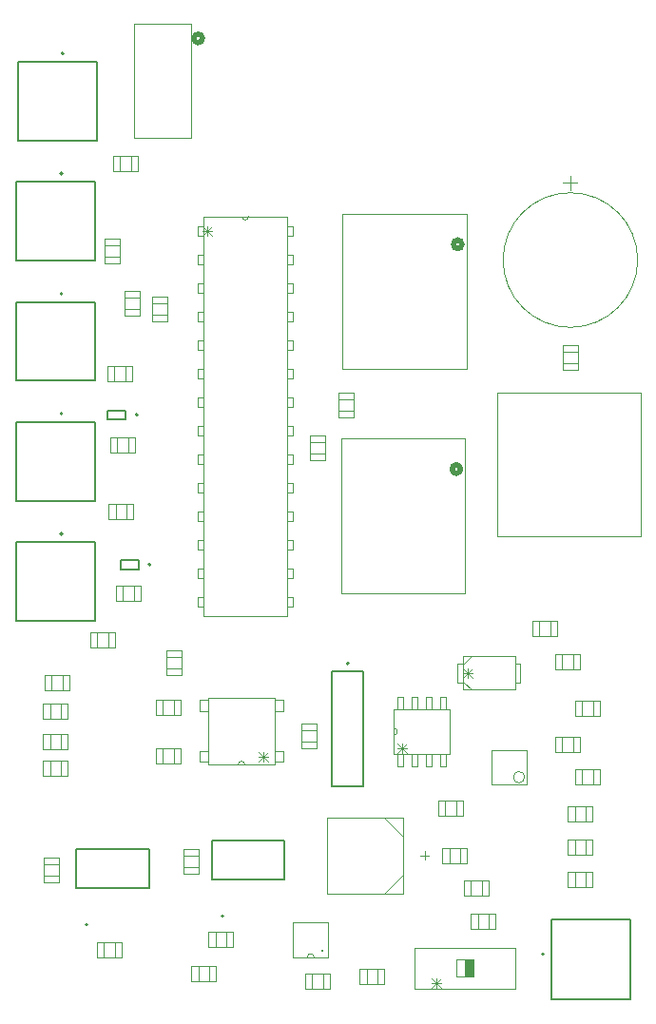
<source format=gbr>
%TF.GenerationSoftware,Altium Limited,Altium Designer,24.10.1 (45)*%
G04 Layer_Color=16711935*
%FSLAX25Y25*%
%MOIN*%
%TF.SameCoordinates,F49E7BB8-28A7-4C0D-84C7-1FE184DCB0B3*%
%TF.FilePolarity,Positive*%
%TF.FileFunction,Other,Mechanical_13*%
%TF.Part,Single*%
G01*
G75*
%TA.AperFunction,NonConductor*%
%ADD45C,0.02000*%
%ADD46C,0.00787*%
%ADD49C,0.00500*%
%ADD52C,0.00300*%
%ADD74C,0.00394*%
%ADD75C,0.00000*%
%ADD76C,0.00100*%
G36*
X406050Y119054D02*
Y112954D01*
X403000D01*
Y119054D01*
X406050D01*
D02*
G37*
D45*
X401500Y291000D02*
G03*
X401500Y291000I-1500J0D01*
G01*
X311000Y442000D02*
G03*
X311000Y442000I-1500J0D01*
G01*
X401996Y369803D02*
G03*
X401996Y369803I-1500J0D01*
G01*
D46*
X288342Y310000D02*
G03*
X288342Y310000I-394J0D01*
G01*
X292843Y257500D02*
G03*
X292843Y257500I-394J0D01*
G01*
X262394Y436722D02*
G03*
X262394Y436722I-394J0D01*
G01*
X261894Y268322D02*
G03*
X261894Y268322I-394J0D01*
G01*
Y394622D02*
G03*
X261894Y394622I-394J0D01*
G01*
Y352522D02*
G03*
X261894Y352522I-394J0D01*
G01*
Y310422D02*
G03*
X261894Y310422I-394J0D01*
G01*
X362394Y222835D02*
G03*
X362394Y222835I-394J0D01*
G01*
X318339Y134295D02*
G03*
X318339Y134295I-394J0D01*
G01*
X430772Y121000D02*
G03*
X430772Y121000I-394J0D01*
G01*
X270839Y131295D02*
G03*
X270839Y131295I-394J0D01*
G01*
D49*
X277850Y308425D02*
Y311575D01*
X284150D01*
Y308425D02*
Y311575D01*
X277850Y308425D02*
X284150D01*
X282350Y255925D02*
X288650D01*
Y259075D01*
X282350D02*
X288650D01*
X282350Y255925D02*
Y259075D01*
X246252Y406210D02*
X274008D01*
X246252D02*
Y433769D01*
X274008D01*
Y406210D02*
Y433769D01*
X245752Y237810D02*
X273508D01*
X245752D02*
Y265369D01*
X273508D01*
Y237810D02*
Y265369D01*
X245752Y364110D02*
X273508D01*
X245752D02*
Y391669D01*
X273508D01*
Y364110D02*
Y391669D01*
X245752Y322010D02*
X273508D01*
X245752D02*
Y349569D01*
X273508D01*
Y322010D02*
Y349569D01*
X245752Y279910D02*
X273508D01*
X245752D02*
Y307469D01*
X273508D01*
Y279910D02*
Y307469D01*
X356488Y179724D02*
Y220276D01*
Y179724D02*
X367512D01*
Y220276D01*
X356488D02*
X367512D01*
X314205Y160890D02*
X339795D01*
Y147110D02*
Y160890D01*
X314205Y147110D02*
X339795D01*
X314205D02*
Y160890D01*
X460890Y105252D02*
Y133008D01*
X433331Y105252D02*
X460890D01*
X433331D02*
Y133008D01*
X460890D01*
X266705Y144110D02*
Y157890D01*
Y144110D02*
X292295D01*
Y157890D01*
X266705D02*
X292295D01*
D52*
X379285Y191400D02*
X382617Y194732D01*
Y191400D02*
X379285Y194732D01*
X380951Y191400D02*
Y194732D01*
X382617Y193066D02*
X379285D01*
X391492Y109154D02*
X394824Y112486D01*
Y109154D02*
X391492Y112486D01*
X393158Y109154D02*
Y112486D01*
X394824Y110820D02*
X391492D01*
X311000Y376165D02*
X314332Y372833D01*
X311000D02*
X314332Y376165D01*
X311000Y374499D02*
X314332D01*
X312666Y372833D02*
Y376165D01*
X402200Y221165D02*
X405532Y217833D01*
X402200D02*
X405532Y221165D01*
X402200Y219499D02*
X405532D01*
X403866Y217833D02*
Y221165D01*
X334159Y188335D02*
X330827Y191667D01*
X334159D02*
X330827Y188335D01*
X334159Y190001D02*
X330827D01*
X332493Y191667D02*
Y188335D01*
D74*
X423969Y183000D02*
G03*
X423969Y183000I-1969J0D01*
G01*
X412398Y192602D02*
X424602D01*
X412398Y180398D02*
X424602D01*
X412398D02*
Y192602D01*
X424602Y180398D02*
Y192602D01*
D75*
X378150Y197800D02*
G03*
X378150Y200200I0J1200D01*
G01*
X463600Y364295D02*
G03*
X463600Y364295I-23600J0D01*
G01*
X324800Y379500D02*
G03*
X327200Y379500I1200J0D01*
G01*
X353384Y122063D02*
G03*
X353384Y122063I-300J0D01*
G01*
X350150Y119898D02*
G03*
X347750Y119898I-1200J0D01*
G01*
X325905Y187342D02*
G03*
X323505Y187342I-1200J0D01*
G01*
D76*
X414275Y317700D02*
X464675D01*
X414275Y267300D02*
Y317700D01*
Y267300D02*
X464675D01*
Y317700D01*
X293350Y348950D02*
X298650D01*
Y351350D01*
X293350D02*
X298650D01*
X293350Y348950D02*
Y351350D01*
Y345050D02*
X298650D01*
X293350Y342650D02*
Y345050D01*
Y342650D02*
X298650D01*
Y345050D01*
X293350Y342650D02*
Y351350D01*
Y342650D02*
X298650D01*
Y351350D01*
X293350D02*
X298650D01*
X283850Y353350D02*
X289150D01*
Y344650D02*
Y353350D01*
X283850Y344650D02*
X289150D01*
X283850D02*
Y353350D01*
X289150Y344650D02*
Y347050D01*
X283850Y344650D02*
X289150D01*
X283850D02*
Y347050D01*
X289150D01*
X283850Y350950D02*
Y353350D01*
X289150D01*
Y350950D02*
Y353350D01*
X283850Y350950D02*
X289150D01*
X359626Y247315D02*
X403126D01*
X359626D02*
Y301615D01*
X403126D01*
Y247315D02*
Y301615D01*
X379500Y191150D02*
X381500D01*
X379500Y186800D02*
Y191150D01*
Y186800D02*
X381500D01*
Y191150D01*
X384500D02*
X386500D01*
X384500Y186800D02*
Y191150D01*
Y186800D02*
X386500D01*
Y191150D01*
X389500D02*
X391500D01*
X389500Y186800D02*
Y191150D01*
Y186800D02*
X391500D01*
Y191150D01*
X394500D02*
X396500D01*
X394500Y186800D02*
Y191150D01*
Y186800D02*
X396500D01*
Y191150D01*
X394500Y206850D02*
X396500D01*
Y211200D01*
X394500D02*
X396500D01*
X394500Y206850D02*
Y211200D01*
X389500Y206850D02*
X391500D01*
Y211200D01*
X389500D02*
X391500D01*
X389500Y206850D02*
Y211200D01*
X384500Y206850D02*
X386500D01*
Y211200D01*
X384500D02*
X386500D01*
X384500Y206850D02*
Y211200D01*
X379500Y206850D02*
X381500D01*
Y211200D01*
X379500D02*
X381500D01*
X379500Y206850D02*
Y211200D01*
X397850Y191150D02*
Y206850D01*
X378150D02*
X397850D01*
X378150Y191150D02*
Y206850D01*
Y191150D02*
X397850D01*
X385300Y108904D02*
X420700D01*
X385300D02*
Y123104D01*
X420700D01*
Y108904D02*
Y123104D01*
X406050Y112954D02*
Y119054D01*
X399950D02*
X406050D01*
X399950Y112954D02*
Y119054D01*
Y112954D02*
X406050D01*
X348850Y302850D02*
X354150D01*
Y294150D02*
Y302850D01*
X348850Y294150D02*
X354150D01*
X348850D02*
Y302850D01*
X354150Y294150D02*
Y296550D01*
X348850Y294150D02*
X354150D01*
X348850D02*
Y296550D01*
X354150D01*
X348850Y300450D02*
Y302850D01*
X354150D01*
Y300450D02*
Y302850D01*
X348850Y300450D02*
X354150D01*
X287079Y407000D02*
Y447000D01*
Y407000D02*
X307000D01*
Y447000D01*
X287079D02*
X307000D01*
X440000Y388895D02*
Y393895D01*
X437500Y391395D02*
X442500D01*
X411450Y129850D02*
Y135150D01*
Y129850D02*
X413850D01*
Y135150D01*
X411450D02*
X413850D01*
X407550Y129850D02*
Y135150D01*
X405150D02*
X407550D01*
X405150Y129850D02*
Y135150D01*
Y129850D02*
X407550D01*
X405150Y135150D02*
X413850D01*
X405150Y129850D02*
Y135150D01*
Y129850D02*
X413850D01*
Y135150D01*
X408950Y141350D02*
Y146650D01*
Y141350D02*
X411350D01*
Y146650D01*
X408950D02*
X411350D01*
X405050Y141350D02*
Y146650D01*
X402650D02*
X405050D01*
X402650Y141350D02*
Y146650D01*
Y141350D02*
X405050D01*
X402650Y146650D02*
X411350D01*
X402650Y141350D02*
Y146650D01*
Y141350D02*
X411350D01*
Y146650D01*
X397550Y152850D02*
Y158150D01*
X395150D02*
X397550D01*
X395150Y152850D02*
Y158150D01*
Y152850D02*
X397550D01*
X401450D02*
Y158150D01*
Y152850D02*
X403850D01*
Y158150D01*
X401450D02*
X403850D01*
X395150Y152850D02*
X403850D01*
Y158150D01*
X395150D02*
X403850D01*
X395150Y152850D02*
Y158150D01*
X381400Y142100D02*
Y168900D01*
X354600Y142100D02*
X381400D01*
X354600D02*
Y168900D01*
X381400D01*
X374700D02*
X381400Y162200D01*
X374700Y142100D02*
X381400Y148800D01*
X388950Y154000D02*
Y157000D01*
X387450Y155500D02*
X390450D01*
X261950Y213350D02*
Y218650D01*
Y213350D02*
X264350D01*
Y218650D01*
X261950D02*
X264350D01*
X258050Y213350D02*
Y218650D01*
X255650D02*
X258050D01*
X255650Y213350D02*
Y218650D01*
Y213350D02*
X258050D01*
X255650Y218650D02*
X264350D01*
X255650Y213350D02*
Y218650D01*
Y213350D02*
X264350D01*
Y218650D01*
X300950Y187850D02*
Y193150D01*
Y187850D02*
X303350D01*
Y193150D01*
X300950D02*
X303350D01*
X297050Y187850D02*
Y193150D01*
X294650D02*
X297050D01*
X294650Y187850D02*
Y193150D01*
Y187850D02*
X297050D01*
X294650Y193150D02*
X303350D01*
X294650Y187850D02*
Y193150D01*
Y187850D02*
X303350D01*
Y193150D01*
X300950Y204850D02*
Y210150D01*
Y204850D02*
X303350D01*
Y210150D01*
X300950D02*
X303350D01*
X297050Y204850D02*
Y210150D01*
X294650D02*
X297050D01*
X294650Y204850D02*
Y210150D01*
Y204850D02*
X297050D01*
X294650Y210150D02*
X303350D01*
X294650Y204850D02*
Y210150D01*
Y204850D02*
X303350D01*
Y210150D01*
X284950Y296850D02*
Y302150D01*
Y296850D02*
X287350D01*
Y302150D01*
X284950D02*
X287350D01*
X281050Y296850D02*
Y302150D01*
X278650D02*
X281050D01*
X278650Y296850D02*
Y302150D01*
Y296850D02*
X281050D01*
X278650Y302150D02*
X287350D01*
X278650Y296850D02*
Y302150D01*
Y296850D02*
X287350D01*
Y302150D01*
X283050Y244850D02*
Y250150D01*
X280650D02*
X283050D01*
X280650Y244850D02*
Y250150D01*
Y244850D02*
X283050D01*
X286950D02*
Y250150D01*
Y244850D02*
X289350D01*
Y250150D01*
X286950D02*
X289350D01*
X280650Y244850D02*
X289350D01*
Y250150D01*
X280650D02*
X289350D01*
X280650Y244850D02*
Y250150D01*
X280550Y273350D02*
Y278650D01*
X278150D02*
X280550D01*
X278150Y273350D02*
Y278650D01*
Y273350D02*
X280550D01*
X284450D02*
Y278650D01*
Y273350D02*
X286850D01*
Y278650D01*
X284450D02*
X286850D01*
X278150Y273350D02*
X286850D01*
Y278650D01*
X278150D02*
X286850D01*
X278150Y273350D02*
Y278650D01*
X280050Y321850D02*
Y327150D01*
X277650D02*
X280050D01*
X277650Y321850D02*
Y327150D01*
Y321850D02*
X280050D01*
X283950D02*
Y327150D01*
Y321850D02*
X286350D01*
Y327150D01*
X283950D02*
X286350D01*
X277650Y321850D02*
X286350D01*
Y327150D01*
X277650D02*
X286350D01*
X277650Y321850D02*
Y327150D01*
X282050Y395350D02*
Y400650D01*
X279650D02*
X282050D01*
X279650Y395350D02*
Y400650D01*
Y395350D02*
X282050D01*
X285950D02*
Y400650D01*
Y395350D02*
X288350D01*
Y400650D01*
X285950D02*
X288350D01*
X279650Y395350D02*
X288350D01*
Y400650D01*
X279650D02*
X288350D01*
X279650Y395350D02*
Y400650D01*
X274050Y228350D02*
Y233650D01*
X271650D02*
X274050D01*
X271650Y228350D02*
Y233650D01*
Y228350D02*
X274050D01*
X277950D02*
Y233650D01*
Y228350D02*
X280350D01*
Y233650D01*
X277950D02*
X280350D01*
X271650Y228350D02*
X280350D01*
Y233650D01*
X271650D02*
X280350D01*
X271650Y228350D02*
Y233650D01*
X276850Y369450D02*
X282150D01*
Y371850D01*
X276850D02*
X282150D01*
X276850Y369450D02*
Y371850D01*
Y365550D02*
X282150D01*
X276850Y363150D02*
Y365550D01*
Y363150D02*
X282150D01*
Y365550D01*
X276850Y363150D02*
Y371850D01*
Y363150D02*
X282150D01*
Y371850D01*
X276850D02*
X282150D01*
X257550Y183350D02*
Y188650D01*
X255150D02*
X257550D01*
X255150Y183350D02*
Y188650D01*
Y183350D02*
X257550D01*
X261450D02*
Y188650D01*
Y183350D02*
X263850D01*
Y188650D01*
X261450D02*
X263850D01*
X255150Y183350D02*
X263850D01*
Y188650D01*
X255150D02*
X263850D01*
X255150Y183350D02*
Y188650D01*
X261450Y192850D02*
Y198150D01*
Y192850D02*
X263850D01*
Y198150D01*
X261450D02*
X263850D01*
X257550Y192850D02*
Y198150D01*
X255150D02*
X257550D01*
X255150Y192850D02*
Y198150D01*
Y192850D02*
X257550D01*
X255150Y198150D02*
X263850D01*
X255150Y192850D02*
Y198150D01*
Y192850D02*
X263850D01*
Y198150D01*
X261450Y203350D02*
Y208650D01*
Y203350D02*
X263850D01*
Y208650D01*
X261450D02*
X263850D01*
X257550Y203350D02*
Y208650D01*
X255150D02*
X257550D01*
X255150Y203350D02*
Y208650D01*
Y203350D02*
X257550D01*
X255150Y208650D02*
X263850D01*
X255150Y203350D02*
Y208650D01*
Y203350D02*
X263850D01*
Y208650D01*
X311250Y372900D02*
Y376100D01*
X309400D02*
X311250D01*
X309400Y372900D02*
Y376100D01*
Y372900D02*
X311250D01*
Y362900D02*
Y366100D01*
X309400D02*
X311250D01*
X309400Y362900D02*
Y366100D01*
Y362900D02*
X311250D01*
Y352900D02*
Y356100D01*
X309400D02*
X311250D01*
X309400Y352900D02*
Y356100D01*
Y352900D02*
X311250D01*
Y342900D02*
Y346100D01*
X309400D02*
X311250D01*
X309400Y342900D02*
Y346100D01*
Y342900D02*
X311250D01*
Y332900D02*
Y336100D01*
X309400D02*
X311250D01*
X309400Y332900D02*
Y336100D01*
Y332900D02*
X311250D01*
Y322900D02*
Y326100D01*
X309400D02*
X311250D01*
X309400Y322900D02*
Y326100D01*
Y322900D02*
X311250D01*
Y312900D02*
Y316100D01*
X309400D02*
X311250D01*
X309400Y312900D02*
Y316100D01*
Y312900D02*
X311250D01*
Y302900D02*
Y306100D01*
X309400D02*
X311250D01*
X309400Y302900D02*
Y306100D01*
Y302900D02*
X311250D01*
Y292900D02*
Y296100D01*
X309400D02*
X311250D01*
X309400Y292900D02*
Y296100D01*
Y292900D02*
X311250D01*
Y282900D02*
Y286100D01*
X309400D02*
X311250D01*
X309400Y282900D02*
Y286100D01*
Y282900D02*
X311250D01*
Y272900D02*
Y276100D01*
X309400D02*
X311250D01*
X309400Y272900D02*
Y276100D01*
Y272900D02*
X311250D01*
Y262900D02*
Y266100D01*
X309400D02*
X311250D01*
X309400Y262900D02*
Y266100D01*
Y262900D02*
X311250D01*
Y252900D02*
Y256100D01*
X309400D02*
X311250D01*
X309400Y252900D02*
Y256100D01*
Y252900D02*
X311250D01*
Y242900D02*
Y246100D01*
X309400D02*
X311250D01*
X309400Y242900D02*
Y246100D01*
Y242900D02*
X311250D01*
X340750D02*
Y246100D01*
Y242900D02*
X342600D01*
Y246100D01*
X340750D02*
X342600D01*
X340750Y252900D02*
Y256100D01*
Y252900D02*
X342600D01*
Y256100D01*
X340750D02*
X342600D01*
X340750Y262900D02*
Y266100D01*
Y262900D02*
X342600D01*
Y266100D01*
X340750D02*
X342600D01*
X340750Y272900D02*
Y276100D01*
Y272900D02*
X342600D01*
Y276100D01*
X340750D02*
X342600D01*
X340750Y282900D02*
Y286100D01*
Y282900D02*
X342600D01*
Y286100D01*
X340750D02*
X342600D01*
X340750Y292900D02*
Y296100D01*
Y292900D02*
X342600D01*
Y296100D01*
X340750D02*
X342600D01*
X340750Y302900D02*
Y306100D01*
Y302900D02*
X342600D01*
Y306100D01*
X340750D02*
X342600D01*
X340750Y312900D02*
Y316100D01*
Y312900D02*
X342600D01*
Y316100D01*
X340750D02*
X342600D01*
X340750Y322900D02*
Y326100D01*
Y322900D02*
X342600D01*
Y326100D01*
X340750D02*
X342600D01*
X340750Y332900D02*
Y336100D01*
Y332900D02*
X342600D01*
Y336100D01*
X340750D02*
X342600D01*
X340750Y342900D02*
Y346100D01*
Y342900D02*
X342600D01*
Y346100D01*
X340750D02*
X342600D01*
X340750Y352900D02*
Y356100D01*
Y352900D02*
X342600D01*
Y356100D01*
X340750D02*
X342600D01*
X340750Y362900D02*
Y366100D01*
Y362900D02*
X342600D01*
Y366100D01*
X340750D02*
X342600D01*
X340750Y372900D02*
Y376100D01*
Y372900D02*
X342600D01*
Y376100D01*
X340750D02*
X342600D01*
X311250Y239500D02*
X340750D01*
Y379500D01*
X311250D02*
X340750D01*
X311250Y239500D02*
Y379500D01*
X403622Y326118D02*
Y380418D01*
X360122D02*
X403622D01*
X360122Y326118D02*
Y380418D01*
Y326118D02*
X403622D01*
X345850Y199450D02*
X351150D01*
Y201850D01*
X345850D02*
X351150D01*
X345850Y199450D02*
Y201850D01*
Y195550D02*
X351150D01*
X345850Y193150D02*
Y195550D01*
Y193150D02*
X351150D01*
Y195550D01*
X345850Y193150D02*
Y201850D01*
Y193150D02*
X351150D01*
Y201850D01*
X345850D02*
X351150D01*
X358850Y315450D02*
X364150D01*
Y317850D01*
X358850D02*
X364150D01*
X358850Y315450D02*
Y317850D01*
Y311550D02*
X364150D01*
X358850Y309150D02*
Y311550D01*
Y309150D02*
X364150D01*
Y311550D01*
X358850Y309150D02*
Y317850D01*
Y309150D02*
X364150D01*
Y317850D01*
X358850D02*
X364150D01*
X304350Y151500D02*
X309650D01*
X304350Y149100D02*
Y151500D01*
Y149100D02*
X309650D01*
Y151500D01*
X304350Y155400D02*
X309650D01*
Y157800D01*
X304350D02*
X309650D01*
X304350Y155400D02*
Y157800D01*
X309650Y149100D02*
Y157800D01*
X304350D02*
X309650D01*
X304350Y149100D02*
Y157800D01*
Y149100D02*
X309650D01*
X315550Y123350D02*
Y128650D01*
X313150D02*
X315550D01*
X313150Y123350D02*
Y128650D01*
Y123350D02*
X315550D01*
X319450D02*
Y128650D01*
Y123350D02*
X321850D01*
Y128650D01*
X319450D02*
X321850D01*
X313150Y123350D02*
X321850D01*
Y128650D01*
X313150D02*
X321850D01*
X313150Y123350D02*
Y128650D01*
X309550Y111350D02*
Y116650D01*
X307150D02*
X309550D01*
X307150Y111350D02*
Y116650D01*
Y111350D02*
X309550D01*
X313450D02*
Y116650D01*
Y111350D02*
X315850D01*
Y116650D01*
X313450D02*
X315850D01*
X307150Y111350D02*
X315850D01*
Y116650D01*
X307150D02*
X315850D01*
X307150Y111350D02*
Y116650D01*
X441550Y144350D02*
Y149650D01*
X439150D02*
X441550D01*
X439150Y144350D02*
Y149650D01*
Y144350D02*
X441550D01*
X445450D02*
Y149650D01*
Y144350D02*
X447850D01*
Y149650D01*
X445450D02*
X447850D01*
X439150Y144350D02*
X447850D01*
Y149650D01*
X439150D02*
X447850D01*
X439150Y144350D02*
Y149650D01*
X298350Y224950D02*
X303650D01*
Y227350D01*
X298350D02*
X303650D01*
X298350Y224950D02*
Y227350D01*
Y221050D02*
X303650D01*
X298350Y218650D02*
Y221050D01*
Y218650D02*
X303650D01*
Y221050D01*
X298350Y218650D02*
Y227350D01*
Y218650D02*
X303650D01*
Y227350D01*
X298350D02*
X303650D01*
X437050Y220850D02*
Y226150D01*
X434650D02*
X437050D01*
X434650Y220850D02*
Y226150D01*
Y220850D02*
X437050D01*
X440950D02*
Y226150D01*
Y220850D02*
X443350D01*
Y226150D01*
X440950D02*
X443350D01*
X434650Y220850D02*
X443350D01*
Y226150D01*
X434650D02*
X443350D01*
X434650Y220850D02*
Y226150D01*
X444050Y204350D02*
Y209650D01*
X441650D02*
X444050D01*
X441650Y204350D02*
Y209650D01*
Y204350D02*
X444050D01*
X447950D02*
Y209650D01*
Y204350D02*
X450350D01*
Y209650D01*
X447950D02*
X450350D01*
X441650Y204350D02*
X450350D01*
Y209650D01*
X441650D02*
X450350D01*
X441650Y204350D02*
Y209650D01*
X255350Y148550D02*
X260650D01*
X255350Y146150D02*
Y148550D01*
Y146150D02*
X260650D01*
Y148550D01*
X255350Y152450D02*
X260650D01*
Y154850D01*
X255350D02*
X260650D01*
X255350Y152450D02*
Y154850D01*
X260650Y146150D02*
Y154850D01*
X255350D02*
X260650D01*
X255350Y146150D02*
Y154850D01*
Y146150D02*
X260650D01*
X276500Y119850D02*
Y125150D01*
X274100D02*
X276500D01*
X274100Y119850D02*
Y125150D01*
Y119850D02*
X276500D01*
X280400D02*
Y125150D01*
Y119850D02*
X282800D01*
Y125150D01*
X280400D02*
X282800D01*
X274100Y119850D02*
X282800D01*
Y125150D01*
X274100D02*
X282800D01*
X274100Y119850D02*
Y125150D01*
X437050Y191850D02*
Y197150D01*
X434650D02*
X437050D01*
X434650Y191850D02*
Y197150D01*
Y191850D02*
X437050D01*
X440950D02*
Y197150D01*
Y191850D02*
X443350D01*
Y197150D01*
X440950D02*
X443350D01*
X434650Y191850D02*
X443350D01*
Y197150D01*
X434650D02*
X443350D01*
X434650Y191850D02*
Y197150D01*
X441550Y155850D02*
Y161150D01*
X439150D02*
X441550D01*
X439150Y155850D02*
Y161150D01*
Y155850D02*
X441550D01*
X445450D02*
Y161150D01*
Y155850D02*
X447850D01*
Y161150D01*
X445450D02*
X447850D01*
X439150Y155850D02*
X447850D01*
Y161150D01*
X439150D02*
X447850D01*
X439150Y155850D02*
Y161150D01*
X396050Y169350D02*
Y174650D01*
X393650D02*
X396050D01*
X393650Y169350D02*
Y174650D01*
Y169350D02*
X396050D01*
X399950D02*
Y174650D01*
Y169350D02*
X402350D01*
Y174650D01*
X399950D02*
X402350D01*
X393650Y169350D02*
X402350D01*
Y174650D01*
X393650D02*
X402350D01*
X393650Y169350D02*
Y174650D01*
X349500Y108850D02*
Y114150D01*
X347100D02*
X349500D01*
X347100Y108850D02*
Y114150D01*
Y108850D02*
X349500D01*
X353400D02*
Y114150D01*
Y108850D02*
X355800D01*
Y114150D01*
X353400D02*
X355800D01*
X347100Y108850D02*
X355800D01*
Y114150D01*
X347100D02*
X355800D01*
X347100Y108850D02*
Y114150D01*
X437350Y331950D02*
X442650D01*
Y334350D01*
X437350D02*
X442650D01*
X437350Y331950D02*
Y334350D01*
Y328050D02*
X442650D01*
X437350Y325650D02*
Y328050D01*
Y325650D02*
X442650D01*
Y328050D01*
X437350Y325650D02*
Y334350D01*
Y325650D02*
X442650D01*
Y334350D01*
X437350D02*
X442650D01*
X444050Y180350D02*
Y185650D01*
X441650D02*
X444050D01*
X441650Y180350D02*
Y185650D01*
Y180350D02*
X444050D01*
X447950D02*
Y185650D01*
Y180350D02*
X450350D01*
Y185650D01*
X447950D02*
X450350D01*
X441650Y180350D02*
X450350D01*
Y185650D01*
X441650D02*
X450350D01*
X441650Y180350D02*
Y185650D01*
X441550Y167350D02*
Y172650D01*
X439150D02*
X441550D01*
X439150Y167350D02*
Y172650D01*
Y167350D02*
X441550D01*
X445450D02*
Y172650D01*
Y167350D02*
X447850D01*
Y172650D01*
X445450D02*
X447850D01*
X439150Y167350D02*
X447850D01*
Y172650D01*
X439150D02*
X447850D01*
X439150Y167350D02*
Y172650D01*
X342848Y132102D02*
X355052D01*
X342848Y119898D02*
Y132102D01*
Y119898D02*
X355052D01*
Y132102D01*
X366150Y110350D02*
Y115650D01*
X374850D01*
Y110350D02*
Y115650D01*
X366150Y110350D02*
X374850D01*
X372450Y115650D02*
X374850D01*
Y110350D02*
Y115650D01*
X372450Y110350D02*
X374850D01*
X372450D02*
Y115650D01*
X366150Y110350D02*
X368550D01*
X366150D02*
Y115650D01*
X368550D01*
Y110350D02*
Y115650D01*
X426650Y232350D02*
Y237650D01*
X435350D01*
Y232350D02*
Y237650D01*
X426650Y232350D02*
X435350D01*
X432950Y237650D02*
X435350D01*
Y232350D02*
Y237650D01*
X432950Y232350D02*
X435350D01*
X432950D02*
Y237650D01*
X426650Y232350D02*
X429050D01*
X426650D02*
Y237650D01*
X429050D01*
Y232350D02*
Y237650D01*
X402450Y216250D02*
Y222750D01*
X400500D02*
X402450D01*
X400500Y216250D02*
Y222750D01*
Y216250D02*
X402450D01*
X420550D02*
Y222750D01*
Y216250D02*
X422500D01*
Y222750D01*
X420550D02*
X422500D01*
X402450Y222400D02*
X405350Y225300D01*
X402450Y216600D02*
X405350Y213700D01*
X402450D02*
X420550D01*
Y225300D01*
X402450D02*
X420550D01*
X402450Y213700D02*
Y225300D01*
X336505Y187342D02*
Y210942D01*
X312905Y187342D02*
X336505D01*
X312905D02*
Y210942D01*
X336505D01*
X309959Y188333D02*
X312905D01*
X309959D02*
Y192234D01*
X312905D01*
Y188333D02*
Y192234D01*
X309959Y206050D02*
X312905D01*
X309959D02*
Y209950D01*
X312905D01*
Y206050D02*
Y209950D01*
X336505D02*
X339450D01*
Y206050D02*
Y209950D01*
X336505Y206050D02*
X339450D01*
X336505D02*
Y209950D01*
Y192234D02*
X339450D01*
Y188333D02*
Y192234D01*
X336505Y188333D02*
X339450D01*
X336505D02*
Y192234D01*
%TF.MD5,983b9a8660d2f732b5011f42b4f04de1*%
M02*

</source>
